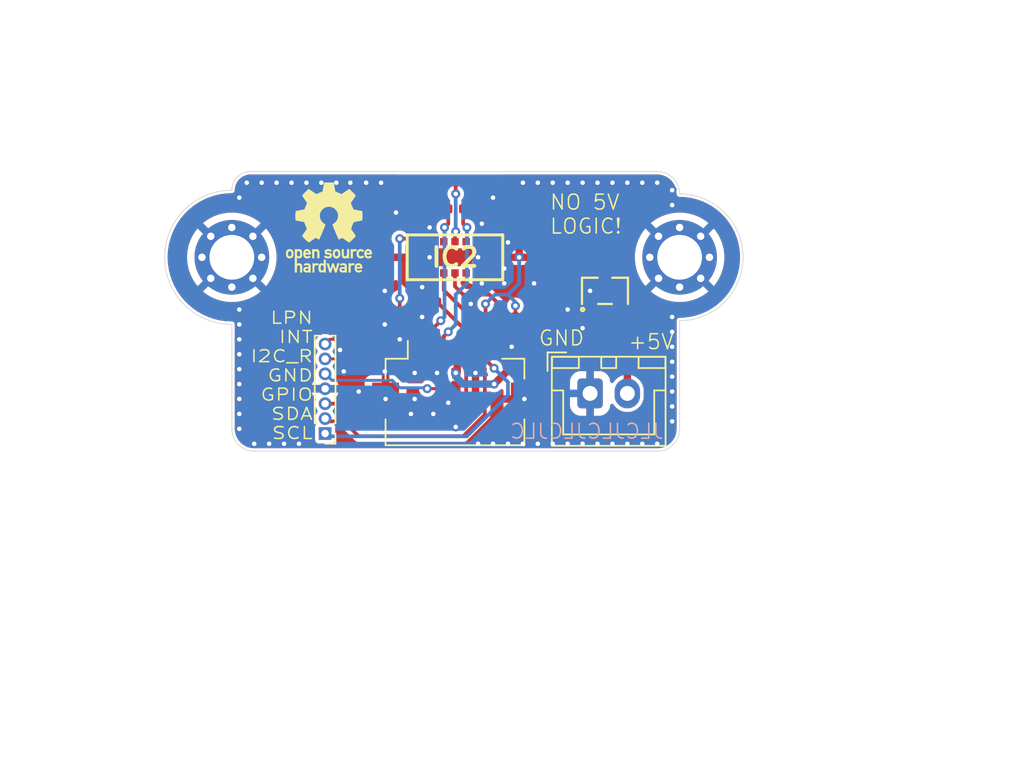
<source format=kicad_pcb>
(kicad_pcb (version 20241229) (generator "pcbnew") (generator_version "9.0")
  (layers (0 "F.Cu" signal) (4 "In1.Cu" signal) (6 "In2.Cu" signal) (2 "B.Cu" signal) (13 "F.Paste" user) (15 "B.Paste" user) (5 "F.SilkS" user "F.Silkscreen") (7 "B.SilkS" user "B.Silkscreen") (1 "F.Mask" user) (3 "B.Mask" user) (25 "Edge.Cuts" user))
  (net 0 "")
  (net 1 "GND")
  (net 2 "+3V3")
  (net 3 "+5V")
  (net 5 "/LPN")
  (net 6 "/I2C_RST")
  (net 7 "/INT")
  (net 8 "/SDA")
  (net 9 "/GPIO")
  (net 10 "/SCL")
  (footprint "PCM_JLCPCB:R_0402" (layer "F.Cu") (at 131 38.749998 180)
    (property "Reference" "R8" (hide yes))
    (property "Value" "47kΩ" (hide yes))
    (pad "1" smd roundrect (at -0.5 -0.000002 180) (size 0.56 0.62) (layers "F.Cu" "F.Mask" "F.Paste") (net 2 "+3V3"))
    (pad "2" smd roundrect (at 0.5 0.000002 180) (size 0.56 0.62) (layers "F.Cu" "F.Mask" "F.Paste") (net 6 "/I2C_RST"))
  )
  (footprint "PCM_JLCPCB:C_0603" (layer "F.Cu") (at 127.25 38 -90)
    (property "Reference" "C4" (hide yes))
    (property "Value" "4.7uF")
    (pad "1" smd roundrect (at -0.779999 0 270) (size 0.9 0.95) (layers "F.Cu" "F.Mask" "F.Paste") (net 2 "+3V3"))
    (pad "2" smd roundrect (at 0.779999 0 270) (size 0.9 0.95) (layers "F.Cu" "F.Mask" "F.Paste") (net 1 "GND"))
  )
  (footprint "PCM_JLCPCB:C_0603" (layer "F.Cu") (at 137.5 43.5 -90)
    (property "Reference" "C3" (hide yes))
    (property "Value" "10uF")
    (pad "1" smd roundrect (at -0.779999 0 270) (size 0.9 0.95) (layers "F.Cu" "F.Mask" "F.Paste") (net 2 "+3V3"))
    (pad "2" smd roundrect (at 0.779999 0 270) (size 0.9 0.95) (layers "F.Cu" "F.Mask" "F.Paste") (net 1 "GND"))
  )
  (footprint "PCM_JLCPCB:C_0402" (layer "F.Cu") (at 136.25 43.25 -90)
    (property "Reference" "C2" (hide yes))
    (property "Value" "1uF")
    (pad "1" smd roundrect (at -0.5 0.000002 270) (size 0.56 0.62) (layers "F.Cu" "F.Mask" "F.Paste") (net 2 "+3V3"))
    (pad "2" smd roundrect (at 0.5 -0.000002 270) (size 0.56 0.62) (layers "F.Cu" "F.Mask" "F.Paste") (net 1 "GND"))
  )
  (footprint "PCM_JLCPCB:SOT-23-3_L2.9-W1.6-P1.90-LS2.8-BR" (layer "F.Cu") (at 140 44.25 -90)
    (property "Reference" "U1" (hide yes))
    (property "Value" "XC6206P332MR")
    (pad "1" smd roundrect (at 1.240001 0.95 270) (size 1.07 0.6) (layers "F.Cu" "F.Mask" "F.Paste") (net 1 "GND"))
    (pad "2" smd roundrect (at 1.239999 -0.949999 270) (size 1.07 0.6) (layers "F.Cu" "F.Mask" "F.Paste") (net 3 "+5V"))
    (pad "3" smd roundrect (at -1.24 0 270) (size 1.07 0.6) (layers "F.Cu" "F.Mask" "F.Paste") (net 2 "+3V3"))
  )
  (footprint "PCM_JLCPCB:R_0402" (layer "F.Cu") (at 128.25 45)
    (property "Reference" "R4" (hide yes))
    (property "Value" "47kΩ" (hide yes))
    (pad "1" smd roundrect (at -0.5 -0.000001) (size 0.56 0.62) (layers "F.Cu" "F.Mask" "F.Paste") (net 2 "+3V3"))
    (pad "2" smd roundrect (at 0.5 0.000001) (size 0.56 0.62) (layers "F.Cu" "F.Mask" "F.Paste") (net 9 "/GPIO"))
  )
  (footprint "Connector_FFC-FPC:Hirose_FH12-12S-0.5SH_1x12-1MP_P0.50mm_Horizontal" (layer "F.Cu") (at 129.95 50.1)
    (property "Reference" "J2" (hide yes))
    (property "Value" "Conn_01x12_MountingPin")
    (pad "1" smd rect (at -2.75 -1.85) (size 0.3 1.3) (layers "F.Cu" "F.Mask" "F.Paste") (net 1 "GND"))
    (pad "2" smd rect (at -2.25 -1.85) (size 0.3 1.3) (layers "F.Cu" "F.Mask" "F.Paste") (net 5 "/LPN"))
    (pad "3" smd rect (at -1.75 -1.85) (size 0.3 1.3) (layers "F.Cu" "F.Mask" "F.Paste") (net 7 "/INT"))
    (pad "4" smd rect (at -1.25 -1.85) (size 0.3 1.3) (layers "F.Cu" "F.Mask" "F.Paste") (net 1 "GND"))
    (pad "5" smd rect (at -0.75 -1.85) (size 0.3 1.3) (layers "F.Cu" "F.Mask" "F.Paste") (net 6 "/I2C_RST"))
    (pad "6" smd rect (at -0.25 -1.85) (size 0.3 1.3) (layers "F.Cu" "F.Mask" "F.Paste") (net 3 "+5V"))
    (pad "7" smd rect (at 0.25 -1.85) (size 0.3 1.3) (layers "F.Cu" "F.Mask" "F.Paste") (net 3 "+5V"))
    (pad "8" smd rect (at 0.75 -1.85) (size 0.3 1.3) (layers "F.Cu" "F.Mask" "F.Paste") (net 9 "/GPIO"))
    (pad "9" smd rect (at 1.25 -1.85) (size 0.3 1.3) (layers "F.Cu" "F.Mask" "F.Paste") (net 1 "GND"))
    (pad "10" smd rect (at 1.75 -1.85) (size 0.3 1.3) (layers "F.Cu" "F.Mask" "F.Paste") (net 8 "/SDA"))
    (pad "11" smd rect (at 2.25 -1.85) (size 0.3 1.3) (layers "F.Cu" "F.Mask" "F.Paste") (net 10 "/SCL"))
    (pad "12" smd rect (at 2.75 -1.85) (size 0.3 1.3) (layers "F.Cu" "F.Mask" "F.Paste") (net 1 "GND"))
    (pad "MP" smd rect (at -4.65 1.4) (size 1.8 2.2) (layers "F.Cu" "F.Mask" "F.Paste") (net 1 "GND"))
    (pad "MP" smd rect (at 4.65 1.4) (size 1.8 2.2) (layers "F.Cu" "F.Mask" "F.Paste") (net 1 "GND"))
  )
  (footprint "Symbol:OSHW-Logo_5.7x6mm_SilkScreen" (layer "F.Cu") (at 121.5 40)
    (property "Reference" "REF**" (hide yes))
    (property "Value" "OSHW-Logo_5.7x6mm_SilkScreen" (hide yes))
  )
  (footprint "PCM_JLCPCB:R_0402" (layer "F.Cu") (at 129 38.75)
    (property "Reference" "R7" (hide yes))
    (property "Value" "47kΩ" (hide yes))
    (pad "1" smd roundrect (at -0.5 0) (size 0.56 0.62) (layers "F.Cu" "F.Mask" "F.Paste") (net 2 "+3V3"))
    (pad "2" smd roundrect (at 0.5 0) (size 0.56 0.62) (layers "F.Cu" "F.Mask" "F.Paste") (net 7 "/INT"))
  )
  (footprint "SwiftModules:VL53L5CXV0GC1" (layer "F.Cu") (at 129.95 42 180)
    (property "Reference" "IC2" (at 0 0 180) (layer "F.SilkS") (effects (font (size 1.27 1.27) (thickness 0.254))))
    (property "Value" "VL53L5CXV0GC_1" (hide yes))
    (pad "A1" smd rect (at 2.25 1.05 270) (size 0.5 0.5) (layers "F.Cu" "F.Mask" "F.Paste") (net 5 "/LPN"))
    (pad "A2" smd rect (at 1.5 1.05 270) (size 0.5 0.5) (layers "F.Cu" "F.Mask" "F.Paste") (net 1 "GND"))
    (pad "A3" smd rect (at 0.75 1.05 270) (size 0.5 0.5) (layers "F.Cu" "F.Mask" "F.Paste") (net 7 "/INT"))
    (pad "A4" smd rect (at 0 1.05 270) (size 0.5 0.5) (layers "F.Cu" "F.Mask" "F.Paste") (net 2 "+3V3"))
    (pad "A5" smd rect (at -0.75 1.05 270) (size 0.5 0.5) (layers "F.Cu" "F.Mask" "F.Paste") (net 6 "/I2C_RST"))
    (pad "A6" smd rect (at -1.5 1.05 270) (size 0.5 0.5) (layers "F.Cu" "F.Mask" "F.Paste") (net 1 "GND"))
    (pad "A7" smd rect (at -2.25 1.05 270) (size 0.5 0.5) (layers "F.Cu" "F.Mask" "F.Paste") (net 1 "GND"))
    (pad "A8" smd rect (at 2.4 0.75 270) (size 0.1 0.2) (layers "F.Cu" "F.Mask" "F.Paste") (net 5 "/LPN"))
    (pad "B1" smd rect (at 2.65 0 270) (size 0.5 0.5) (layers "F.Cu" "F.Mask" "F.Paste") (net 2 "+3V3"))
    (pad "B4" smd rect (at 0 0 270) (size 1.2 2.316) (layers "F.Cu" "F.Mask" "F.Paste") (net 1 "GND"))
    (pad "B7" smd rect (at -2.65 0 270) (size 0.5 0.5) (layers "F.Cu" "F.Mask" "F.Paste") (net 2 "+3V3"))
    (pad "C1" smd rect (at 2.25 -1.05 270) (size 0.5 0.5) (layers "F.Cu" "F.Mask" "F.Paste") (net 1 "GND"))
    (pad "C2" smd rect (at 1.5 -1.05 270) (size 0.5 0.5) (layers "F.Cu" "F.Mask" "F.Paste") (net 9 "/GPIO"))
    (pad "C3" smd rect (at 0.75 -1.05 270) (size 0.5 0.5) (layers "F.Cu" "F.Mask" "F.Paste") (net 8 "/SDA"))
    (pad "C4" smd rect (at 0 -1.05 270) (size 0.5 0.5) (layers "F.Cu" "F.Mask" "F.Paste") (net 10 "/SCL"))
    (pad "C5" smd rect (at -0.75 -1.05 270) (size 0.5 0.5) (layers "F.Cu" "F.Mask" "F.Paste"))
    (pad "C6" smd rect (at -1.5 -1.05 270) (size 0.5 0.5) (layers "F.Cu" "F.Mask" "F.Paste") (net 1 "GND"))
    (pad "C7" smd rect (at -2.25 -1.05 270) (size 0.5 0.5) (layers "F.Cu" "F.Mask" "F.Paste") (net 1 "GND"))
  )
  (footprint "PCM_JLCPCB:Hole, 3mm" (layer "F.Cu") (at 115 42)
    (property "Reference" "H1" (hide yes))
    (property "Value" "~" (hide yes))
    (pad "1" thru_hole circle (at -2 0 90) (size 0.6 0.6) (drill 0.5) (layers "*.Cu" "*.Mask") (net 1 "GND"))
    (pad "1" thru_hole circle (at -1.41 -1.41 135) (size 0.6 0.6) (drill 0.5) (layers "*.Cu" "*.Mask") (net 1 "GND"))
    (pad "1" thru_hole circle (at -1.41 1.41 225) (size 0.6 0.6) (drill 0.5) (layers "*.Cu" "*.Mask") (net 1 "GND"))
    (pad "1" thru_hole circle (at 0 -2 225) (size 0.6 0.6) (drill 0.5) (layers "*.Cu" "*.Mask") (net 1 "GND"))
    (pad "1" thru_hole circle (at 0 0 90) (size 5 5) (drill 3) (layers "*.Cu" "*.Mask") (net 1 "GND"))
    (pad "1" thru_hole circle (at 0 2 90) (size 0.6 0.6) (drill 0.5) (layers "*.Cu" "*.Mask") (net 1 "GND"))
    (pad "1" thru_hole circle (at 1.41 -1.41 180) (size 0.6 0.6) (drill 0.5) (layers "*.Cu" "*.Mask") (net 1 "GND"))
    (pad "1" thru_hole circle (at 1.41 1.41 90) (size 0.6 0.6) (drill 0.5) (layers "*.Cu" "*.Mask") (net 1 "GND"))
    (pad "1" thru_hole circle (at 2 0 90) (size 0.6 0.6) (drill 0.5) (layers "*.Cu" "*.Mask") (net 1 "GND"))
  )
  (footprint "Connector_JST:JST_XH_B2B-XH-A_1x02_P2.50mm_Vertical" (layer "F.Cu") (at 139 51.125)
    (property "Reference" "J1" (hide yes))
    (property "Value" "5V_In")
    (pad "1" thru_hole roundrect (at 0 0) (size 1.7 2) (drill 1) (layers "*.Cu" "*.Mask") (roundrect_rratio 0.147059) (net 1 "GND"))
    (pad "2" thru_hole oval (at 2.5 0.000001) (size 1.7 2) (drill 1) (layers "*.Cu" "*.Mask") (net 3 "+5V"))
  )
  (footprint "PCM_JLCPCB:R_0402" (layer "F.Cu") (at 133.5 45.999998 180)
    (property "Reference" "R2" (hide yes))
    (property "Value" "2.2kΩ" (hide yes))
    (pad "1" smd roundrect (at -0.5 -0.000002 180) (size 0.56 0.62) (layers "F.Cu" "F.Mask" "F.Paste") (net 2 "+3V3"))
    (pad "2" smd roundrect (at 0.5 0.000002 180) (size 0.56 0.62) (layers "F.Cu" "F.Mask" "F.Paste") (net 10 "/SCL"))
  )
  (footprint "PCM_JLCPCB:C_0402" (layer "F.Cu") (at 140 47 180)
    (property "Reference" "C1" (hide yes))
    (property "Value" "1uF")
    (pad "1" smd roundrect (at -0.5 -0.000002 180) (size 0.56 0.62) (layers "F.Cu" "F.Mask" "F.Paste") (net 3 "+5V"))
    (pad "2" smd roundrect (at 0.5 0.000002 180) (size 0.56 0.62) (layers "F.Cu" "F.Mask" "F.Paste") (net 1 "GND"))
  )
  (footprint "PCM_JLCPCB:C_0402" (layer "F.Cu") (at 125.25 42.5 -90)
    (property "Reference" "C5" (hide yes))
    (property "Value" "100nF")
    (pad "1" smd roundrect (at -0.5 0.000002 270) (size 0.56 0.62) (layers "F.Cu" "F.Mask" "F.Paste") (net 2 "+3V3"))
    (pad "2" smd roundrect (at 0.5 -0.000002 270) (size 0.56 0.62) (layers "F.Cu" "F.Mask" "F.Paste") (net 1 "GND"))
  )
  (footprint "Connector_PinHeader_1.00mm:PinHeader_1x07_P1.00mm_Vertical" (layer "F.Cu") (at 121.250001 53.812 180)
    (property "Reference" "J3" (hide yes))
    (property "Value" "Conn_01x07")
    (pad "1" thru_hole rect (at 0 0 180) (size 0.85 0.85) (drill 0.5) (layers "*.Cu" "*.Mask") (net 10 "/SCL"))
    (pad "2" thru_hole oval (at 0 1 180) (size 0.85 0.85) (drill 0.5) (layers "*.Cu" "*.Mask") (net 8 "/SDA"))
    (pad "3" thru_hole oval (at 0 2 180) (size 0.85 0.85) (drill 0.5) (layers "*.Cu" "*.Mask") (net 9 "/GPIO"))
    (pad "4" thru_hole oval (at 0 3 180) (size 0.85 0.85) (drill 0.5) (layers "*.Cu" "*.Mask") (net 1 "GND"))
    (pad "5" thru_hole oval (at 0 4 180) (size 0.85 0.85) (drill 0.5) (layers "*.Cu" "*.Mask") (net 6 "/I2C_RST"))
    (pad "6" thru_hole oval (at 0 5 180) (size 0.85 0.85) (drill 0.5) (layers "*.Cu" "*.Mask") (net 7 "/INT"))
    (pad "7" thru_hole oval (at 0.000001 6.000001 180) (size 0.85 0.85) (drill 0.5) (layers "*.Cu" "*.Mask") (net 5 "/LPN"))
  )
  (footprint "PCM_JLCPCB:R_0402" (layer "F.Cu") (at 125.75 45.750002 180)
    (property "Reference" "R9" (hide yes))
    (property "Value" "47kΩ" (hide yes))
    (pad "1" smd roundrect (at -0.5 -0.000002 180) (size 0.56 0.62) (layers "F.Cu" "F.Mask" "F.Paste") (net 5 "/LPN"))
    (pad "2" smd roundrect (at 0.5 0.000002 180) (size 0.56 0.62) (layers "F.Cu" "F.Mask" "F.Paste") (net 1 "GND"))
  )
  (footprint "PCM_JLCPCB:R_0402" (layer "F.Cu") (at 131.5 46 180)
    (property "Reference" "R1" (hide yes))
    (property "Value" "2.2kΩ" (hide yes))
    (pad "1" smd roundrect (at -0.5 -0.000001 180) (size 0.56 0.62) (layers "F.Cu" "F.Mask" "F.Paste") (net 2 "+3V3"))
    (pad "2" smd roundrect (at 0.5 0.000001 180) (size 0.56 0.62) (layers "F.Cu" "F.Mask" "F.Paste") (net 8 "/SDA"))
  )
  (footprint "PCM_JLCPCB:Hole, 3mm" (layer "F.Cu") (at 145 42)
    (property "Reference" "H2" (hide yes))
    (property "Value" "~" (hide yes))
    (pad "1" thru_hole circle (at -2 0 90) (size 0.6 0.6) (drill 0.5) (layers "*.Cu" "*.Mask") (net 1 "GND"))
    (pad "1" thru_hole circle (at -1.41 -1.41 135) (size 0.6 0.6) (drill 0.5) (layers "*.Cu" "*.Mask") (net 1 "GND"))
    (pad "1" thru_hole circle (at -1.41 1.41 225) (size 0.6 0.6) (drill 0.5) (layers "*.Cu" "*.Mask") (net 1 "GND"))
    (pad "1" thru_hole circle (at 0 -2 225) (size 0.6 0.6) (drill 0.5) (layers "*.Cu" "*.Mask") (net 1 "GND"))
    (pad "1" thru_hole circle (at 0 0 90) (size 5 5) (drill 3) (layers "*.Cu" "*.Mask") (net 1 "GND"))
    (pad "1" thru_hole circle (at 0 2 90) (size 0.6 0.6) (drill 0.5) (layers "*.Cu" "*.Mask") (net 1 "GND"))
    (pad "1" thru_hole circle (at 1.41 -1.41 180) (size 0.6 0.6) (drill 0.5) (layers "*.Cu" "*.Mask") (net 1 "GND"))
    (pad "1" thru_hole circle (at 1.41 1.41 90) (size 0.6 0.6) (drill 0.5) (layers "*.Cu" "*.Mask") (net 1 "GND"))
    (pad "1" thru_hole circle (at 2 0 90) (size 0.6 0.6) (drill 0.5) (layers "*.Cu" "*.Mask") (net 1 "GND"))
  )
  (gr_arc (start 116.5 55) (mid 115.43934 54.56066) (end 115 53.5) (stroke (width 0.05)) (layer "Edge.Cuts"))
  (gr_line (start 143.5 55) (end 116.5 55) (stroke (width 0.05)) (layer "Edge.Cuts"))
  (gr_line (start 116.25 36.25) (end 143.5 36.25) (stroke (width 0.05)) (layer "Edge.Cuts"))
  (gr_line (start 115 46.5) (end 115 53.5) (stroke (width 0.05)) (layer "Edge.Cuts"))
  (gr_line (start 145 46.25) (end 145 53.5) (stroke (width 0.05)) (layer "Edge.Cuts"))
  (gr_arc (start 143.5 36.25) (mid 144.56066 36.68934) (end 145 37.75) (stroke (width 0.05)) (layer "Edge.Cuts"))
  (gr_arc (start 115 37.5) (mid 115.366117 36.616117) (end 116.25 36.25) (stroke (width 0.05)) (layer "Edge.Cuts"))
  (gr_arc (start 115 46.5) (mid 110.5 42) (end 115 37.5) (stroke (width 0.05)) (layer "Edge.Cuts"))
  (gr_arc (start 145 53.5) (mid 144.56066 54.56066) (end 143.5 55) (stroke (width 0.05)) (layer "Edge.Cuts"))
  (gr_arc (start 145 37.75) (mid 149.25 42) (end 145 46.25) (stroke (width 0.05)) (layer "Edge.Cuts"))
  (gr_text "LPN\nINT\nI2C_R\nGND\nGPIO\nSDA\nSCL" (at 120.5 54.25 0) (layer "F.SilkS") (effects (font (size 0.8 1) (thickness 0.1)) (justify right bottom)))
  (gr_text "GND" (at 135.5 48 0) (layer "F.SilkS") (effects (font (size 1 1) (thickness 0.1)) (justify left bottom)))
  (gr_text "+5V" (at 141.5 48.25 0) (layer "F.SilkS") (effects (font (size 1 1) (thickness 0.1)) (justify left bottom)))
  (gr_text "NO 5V\nLOGIC!" (at 136.25 40.5 0) (layer "F.SilkS") (effects (font (size 1 1) (thickness 0.1)) (justify left bottom)))
  (gr_text "JLCJLCJLCJLC" (at 144 54.25 0) (layer "B.SilkS") (effects (font (size 1 1) (thickness 0.1)) (justify left bottom mirror)))
  (segment (start 131.325 49.75) (end 131.325 49.380025) (width 0.25) (layer "F.Cu") (net 1))
  (segment (start 128.7 49.7) (end 128.75 49.75) (width 0.25) (layer "F.Cu") (net 1))
  (segment (start 131.325 49.380025) (end 131.2 49.255025) (width 0.25) (layer "F.Cu") (net 1))
  (segment (start 139.5 45.940001) (end 139.05 45.490001) (width 0.5) (layer "F.Cu") (net 1))
  (segment (start 133.5 48.25) (end 133.75 48) (width 0.25) (layer "F.Cu") (net 1))
  (segment (start 127.2 48.25) (end 127.2 49.7) (width 0.25) (layer "F.Cu") (net 1))
  (segment (start 127.2 49.7) (end 127.25 49.75) (width 0.25) (layer "F.Cu") (net 1))
  (segment (start 128.7 48.25) (end 128.7 49.7) (width 0.25) (layer "F.Cu") (net 1))
  (segment (start 139.5 46.999998) (end 139.5 45.940001) (width 0.5) (layer "F.Cu") (net 1))
  (segment (start 132.7 48.25) (end 133.5 48.25) (width 0.25) (layer "F.Cu") (net 1))
  (segment (start 131.2 49.255025) (end 131.2 48.25) (width 0.25) (layer "F.Cu") (net 1))
  (via (at 142.5 54.5) (size 0.6) (drill 0.3) (layers "F.Cu" "B.Cu") (net 1))
  (via (at 142.5 37) (size 0.6) (drill 0.3) (layers "F.Cu" "B.Cu") (net 1))
  (via (at 138.5 54.5) (size 0.6) (drill 0.3) (layers "F.Cu" "B.Cu") (net 1))
  (via (at 115.5 45.5) (size 0.6) (drill 0.3) (layers "F.Cu" "B.Cu") (net 1))
  (via (at 128.75 49.75) (size 0.6) (drill 0.3) (layers "F.Cu" "B.Cu") (net 1))
  (via (at 119.5 54.5) (size 0.6) (drill 0.3) (layers "F.Cu" "B.Cu") (net 1))
  (via (at 122 37) (size 0.6) (drill 0.3) (layers "F.Cu" "B.Cu") (net 1))
  (via (at 134.5 37) (size 0.6) (drill 0.3) (layers "F.Cu" "B.Cu") (net 1))
  (via (at 122.938722 36.999999) (size 0.6) (drill 0.3) (layers "F.Cu" "B.Cu") (net 1))
  (via (at 122.5 49.65) (size 0.6) (drill 0.3) (layers "F.Cu" "B.Cu") (net 1))
  (via (at 115.5 52.5) (size 0.6) (drill 0.3) (layers "F.Cu" "B.Cu") (net 1))
  (via (at 135.5 37) (size 0.6) (drill 0.3) (layers "F.Cu" "B.Cu") (net 1))
  (via (at 115.5 46.5) (size 0.6) (drill 0.3) (layers "F.Cu" "B.Cu") (net 1))
  (via (at 140.5 54.5) (size 0.6) (drill 0.3) (layers "F.Cu" "B.Cu") (net 1))
  (via (at 135.25 43.75) (size 0.6) (drill 0.3) (layers "F.Cu" "B.Cu") (net 1))
  (via (at 127.25 51.5) (size 0.6) (drill 0.3) (layers "F.Cu" "B.Cu") (net 1))
  (via (at 126 39) (size 0.6) (drill 0.3) (layers "F.Cu" "B.Cu") (net 1))
  (via (at 139 44.25) (size 0.6) (drill 0.3) (layers "F.Cu" "B.Cu") (net 1))
  (via (at 125.25 44.25) (size 0.6) (drill 0.3) (layers "F.Cu" "B.Cu") (net 1))
  (via (at 138.5 37) (size 0.6) (drill 0.3) (layers "F.Cu" "B.Cu") (net 1))
  (via (at 144.5 49) (size 0.6) (drill 0.3) (layers "F.Cu" "B.Cu") (net 1))
  (via (at 119 37) (size 0.6) (drill 0.3) (layers "F.Cu" "B.Cu") (net 1))
  (via (at 133.25 42.75) (size 0.6) (drill 0.3) (layers "F.Cu" "B.Cu") (net 1))
  (via (at 137.5 54.5) (size 0.6) (drill 0.3) (layers "F.Cu" "B.Cu") (net 1))
  (via (at 133.5 54.5) (size 0.6) (drill 0.3) (layers "F.Cu" "B.Cu") (net 1))
  (via (at 141.5 54.5) (size 0.6) (drill 0.3) (layers "F.Cu" "B.Cu") (net 1))
  (via (at 125.25 46.5) (size 0.6) (drill 0.3) (layers "F.Cu" "B.Cu") (net 1))
  (via (at 115.5 48.5) (size 0.6) (drill 0.3) (layers "F.Cu" "B.Cu") (net 1))
  (via (at 131.5 42) (size 0.6) (drill 0.3) (layers "F.Cu" "B.Cu") (net 1))
  (via (at 116 37) (size 0.6) (drill 0.3) (layers "F.Cu" "B.Cu") (net 1))
  (via (at 126.25 47.5) (size 0.6) (drill 0.3) (layers "F.Cu" "B.Cu") (net 1))
  (via (at 131.325 49.75) (size 0.6) (drill 0.3) (layers "F.Cu" "B.Cu") (net 1))
  (via (at 115.5 47.5) (size 0.6) (drill 0.3) (layers "F.Cu" "B.Cu") (net 1))
  (via (at 133.25 43.75) (size 0.6) (drill 0.3) (layers "F.Cu" "B.Cu") (net 1))
  (via (at 144.5 50) (size 0.6) (drill 0.3) (layers "F.Cu" "B.Cu") (net 1))
  (via (at 122.25 48.212) (size 0.6) (drill 0.3) (layers "F.Cu" "B.Cu") (net 1))
  (via (at 140.5 37) (size 0.6) (drill 0.3) (layers "F.Cu" "B.Cu") (net 1))
  (via (at 137.5 45.5) (size 0.6) (drill 0.3) (layers "F.Cu" "B.Cu") (net 1))
  (via (at 132.5 54.5) (size 0.6) (drill 0.3) (layers "F.Cu" "B.Cu") (net 1))
  (via (at 117 37) (size 0.6) (drill 0.3) (layers "F.Cu" "B.Cu") (net 1))
  (via (at 133.75 48) (size 0.6) (drill 0.3) (layers "F.Cu" "B.Cu") (net 1))
  (via (at 131.5 54.5) (size 0.6) (drill 0.3) (layers "F.Cu" "B.Cu") (net 1))
  (via (at 136.5 37) (size 0.6) (drill 0.3) (layers "F.Cu" "B.Cu") (net 1))
  (via (at 123.5 51) (size 0.6) (drill 0.3) (layers "F.Cu" "B.Cu") (net 1))
  (via (at 115.5 53.5) (size 0.6) (drill 0.3) (layers "F.Cu" "B.Cu") (net 1))
  (via (at 138.5 46.75) (size 0.6) (drill 0.3) (layers "F.Cu" "B.Cu") (net 1))
  (via (at 144.5 37.5) (size 0.6) (drill 0.3) (layers "F.Cu" "B.Cu") (net 1))
  (via (at 144.5 38.5) (size 0.6) (drill 0.3) (layers "F.Cu" "B.Cu") (net 1))
  (via (at 144.5 51) (size 0.6) (drill 0.3) (layers "F.Cu" "B.Cu") (net 1))
  (via (at 144.5 46) (size 0.6) (drill 0.3) (layers "F.Cu" "B.Cu") (net 1))
  (via (at 143.5 54.5) (size 0.6) (drill 0.3) (layers "F.Cu" "B.Cu") (net 1))
  (via (at 132.5 38) (size 0.6) (drill 0.3) (layers "F.Cu" "B.Cu") (net 1))
  (via (at 127.25 49.75) (size 0.6) (drill 0.3) (layers "F.Cu" "B.Cu") (net 1))
  (via (at 127 52.5) (size 0.6) (drill 0.3) (layers "F.Cu" "B.Cu") (net 1))
  (via (at 131.75 39.75) (size 0.6) (drill 0.3) (layers "F.Cu" "B.Cu") (net 1))
  (via (at 133.5 41) (size 0.6) (drill 0.3) (layers "F.Cu" "B.Cu") (net 1))
  (via (at 125 37) (size 0.6) (drill 0.3) (layers "F.Cu" "B.Cu") (net 1))
  (via (at 128.5 52.5) (size 0.6) (drill 0.3) (layers "F.Cu" "B.Cu") (net 1))
  (via (at 144.5 47) (size 0.6) (drill 0.3) (layers "F.Cu" "B.Cu") (net 1))
  (via (at 144.5 52) (size 0.6) (drill 0.3) (layers "F.Cu" "B.Cu") (net 1))
  (via (at 136.5 54.5) (size 0.6) (drill 0.3) (layers "F.Cu" "B.Cu") (net 1))
  (via (at 134.6 51.5) (size 0.6) (drill 0.3) (layers "F.Cu" "B.Cu") (net 1))
  (via (at 115.5 49.5) (size 0.6) (drill 0.3) (layers "F.Cu" "B.Cu") (net 1))
  (via (at 130 53.375) (size 0.6) (drill 0.3) (layers "F.Cu" "B.Cu") (net 1))
  (via (at 117.5 54.5) (size 0.6) (drill 0.3) (layers "F.Cu" "B.Cu") (net 1))
  (via (at 127.75 44) (size 0.6) (drill 0.3) (layers "F.Cu" "B.Cu") (net 1))
  (via (at 115.5 51.5) (size 0.6) (drill 0.3) (layers "F.Cu" "B.Cu") (net 1))
  (via (at 144.5 48) (size 0.6) (drill 0.3) (layers "F.Cu" "B.Cu") (net 1))
  (via (at 131.75 43.75) (size 0.6) (drill 0.3) (layers "F.Cu" "B.Cu") (net 1))
  (via (at 120 37) (size 0.6) (drill 0.3) (layers "F.Cu" "B.Cu") (net 1))
  (via (at 139.5 54.5) (size 0.6) (drill 0.3) (layers "F.Cu" "B.Cu") (net 1))
  (via (at 131.008883 45.124999) (size 0.6) (drill 0.3) (layers "F.Cu" "B.Cu") (net 1))
  (via (at 128.25 42) (size 0.6) (drill 0.3) (layers "F.Cu" "B.Cu") (net 1))
  (via (at 128.25 40) (size 0.6) (drill 0.3) (layers "F.Cu" "B.Cu") (net 1))
  (via (at 135.5 54.5) (size 0.6) (drill 0.3) (layers "F.Cu" "B.Cu") (net 1))
  (via (at 118.5 54.5) (size 0.6) (drill 0.3) (layers "F.Cu" "B.Cu") (net 1))
  (via (at 127.75 46) (size 0.6) (drill 0.3) (layers "F.Cu" "B.Cu") (net 1))
  (via (at 144.5 53) (size 0.6) (drill 0.3) (layers "F.Cu" "B.Cu") (net 1))
  (via (at 143.5 37) (size 0.6) (drill 0.3) (layers "F.Cu" "B.Cu") (net 1))
  (via (at 116.5 54.5) (size 0.6) (drill 0.3) (layers "F.Cu" "B.Cu") (net 1))
  (via (at 134.5 54.5) (size 0.6) (drill 0.3) (layers "F.Cu" "B.Cu") (net 1))
  (via (at 139.5 37) (size 0.6) (drill 0.3) (layers "F.Cu" "B.Cu") (net 1))
  (via (at 125.3 51.5) (size 0.6) (drill 0.3) (layers "F.Cu" "B.Cu") (net 1))
  (via (at 137.5 37) (size 0.6) (drill 0.3) (layers "F.Cu" "B.Cu") (net 1))
  (via (at 118 37) (size 0.6) (drill 0.3) (layers "F.Cu" "B.Cu") (net 1))
  (via (at 129.5 51.75) (size 0.6) (drill 0.3) (layers "F.Cu" "B.Cu") (net 1))
  (via (at 121 37) (size 0.6) (drill 0.3) (layers "F.Cu" "B.Cu") (net 1))
  (via (at 124 37) (size 0.6) (drill 0.3) (layers "F.Cu" "B.Cu") (net 1))
  (via (at 141.5 37) (size 0.6) (drill 0.3) (layers "F.Cu" "B.Cu") (net 1))
  (via (at 125.25 49.65) (size 0.6) (drill 0.3) (layers "F.Cu" "B.Cu") (net 1))
  (via (at 115.5 50.5) (size 0.6) (drill 0.3) (layers "F.Cu" "B.Cu") (net 1))
  (via (at 115.5 38) (size 0.6) (drill 0.3) (layers "F.Cu" "B.Cu") (net 1))
  (segment (start 126.25 42) (end 127.3 42) (width 0.5) (layer "F.Cu") (net 2))
  (segment (start 135.499998 42) (end 136.249998 42.75) (width 0.5) (layer "F.Cu") (net 2))
  (segment (start 137.789999 43.01) (end 137.5 42.720001) (width 0.5) (layer "F.Cu") (net 2))
  (segment (start 130 37) (end 128.5 37) (width 0.5) (layer "F.Cu") (net 2))
  (segment (start 131.5 37) (end 130 37) (width 0.5) (layer "F.Cu") (net 2))
  (segment (start 129.95 40.328389) (end 129.999998 40.278391) (width 0.25) (layer "F.Cu") (net 2))
  (segment (start 132.6 42) (end 134.25 42) (width 0.5) (layer "F.Cu") (net 2))
  (segment (start 132 46.000001) (end 132 45.133884) (width 0.25) (layer "F.Cu") (net 2))
  (segment (start 134.25 42) (end 134.25 38.5) (width 0.5) (layer "F.Cu") (net 2))
  (segment (start 125.25 41.125) (end 125.249998 41.125002) (width 0.5) (layer "F.Cu") (net 2))
  (segment (start 125.249998 42) (end 126.25 42) (width 0.5) (layer "F.Cu") (net 2))
  (segment (start 126.5 37) (end 125.25 38.25) (width 0.5) (layer "F.Cu") (net 2))
  (segment (start 128.5 37) (end 128.5 38.75) (width 0.5) (layer "F.Cu") (net 2))
  (segment (start 131.5 37) (end 131.5 38.75) (width 0.5) (layer "F.Cu") (net 2))
  (segment (start 126.5 42.25) (end 126.25 42) (width 0.25) (layer "F.Cu") (net 2))
  (segment (start 140 43.01) (end 137.789999 43.01) (width 0.5) (layer "F.Cu") (net 2))
  (segment (start 134.25 38.5) (end 132.75 37) (width 0.5) (layer "F.Cu") (net 2))
  (segment (start 129.95 40.95) (end 129.95 40.328389) (width 0.25) (layer "F.Cu") (net 2))
  (segment (start 130 37.75) (end 130 37) (width 0.25) (layer "F.Cu") (net 2))
  (segment (start 132 45.133884) (end 131.995558 45.129442) (width 0.25) (layer "F.Cu") (net 2))
  (segment (start 136.249998 42.75) (end 137.470001 42.75) (width 0.5) (layer "F.Cu") (net 2))
  (segment (start 134 46) (end 134 45.25) (width 0.25) (layer "F.Cu") (net 2))
  (segment (start 125.249998 41.125002) (end 125.249998 42) (width 0.5) (layer "F.Cu") (net 2))
  (segment (start 137.470001 42.75) (end 137.5 42.720001) (width 0.5) (layer "F.Cu") (net 2))
  (segment (start 134.25 42) (end 135.499998 42) (width 0.5) (layer "F.Cu") (net 2))
  (segment (start 126.5 43.749999) (end 126.5 42.25) (width 0.25) (layer "F.Cu") (net 2))
  (segment (start 128.5 37) (end 126.5 37) (width 0.5) (layer "F.Cu") (net 2))
  (segment (start 132.75 37) (end 131.5 37) (width 0.5) (layer "F.Cu") (net 2))
  (segment (start 127.75 44.999999) (end 126.5 43.749999) (width 0.25) (layer "F.Cu") (net 2))
  (segment (start 125.25 38.25) (end 125.25 41.125) (width 0.5) (layer "F.Cu") (net 2))
  (via (at 131.995558 45.129442) (size 0.6) (drill 0.3) (layers "F.Cu" "B.Cu") (net 2))
  (via (at 130 37.75) (size 0.6) (drill 0.3) (layers "F.Cu" "B.Cu") (net 2))
  (via (at 129.999998 40.278391) (size 0.6) (drill 0.3) (layers "F.Cu" "B.Cu") (net 2))
  (via (at 134 45.25) (size 0.6) (drill 0.3) (layers "F.Cu" "B.Cu") (net 2))
  (via (at 134.25 42) (size 0.6) (drill 0.3) (layers "F.Cu" "B.Cu") (net 2))
  (segment (start 131.995558 45.129442) (end 132.625 44.5) (width 0.25) (layer "B.Cu") (net 2))
  (segment (start 134.25 43.75) (end 134.25 42) (width 0.25) (layer "B.Cu") (net 2))
  (segment (start 129.999998 40.278391) (end 129.999998 37.750002) (width 0.25) (layer "B.Cu") (net 2))
  (segment (start 129.999998 37.750002) (end 130 37.75) (width 0.25) (layer "B.Cu") (net 2))
  (segment (start 134 45) (end 133.5 44.5) (width 0.25) (layer "B.Cu") (net 2))
  (segment (start 132.625 44.5) (end 133.5 44.5) (width 0.25) (layer "B.Cu") (net 2))
  (segment (start 134 45.25) (end 134 45) (width 0.25) (layer "B.Cu") (net 2))
  (segment (start 133.5 44.5) (end 134.25 43.75) (width 0.25) (layer "B.Cu") (net 2))
  (segment (start 140.5 45.939998) (end 140.949999 45.489999) (width 0.5) (layer "F.Cu") (net 3))
  (segment (start 130.099 49.651) (end 130.099 48.25) (width 0.5) (layer "F.Cu") (net 3))
  (segment (start 140.5 47.000002) (end 140.5 45.939998) (width 0.5) (layer "F.Cu") (net 3))
  (segment (start 130 49.75) (end 130.099 49.651) (width 0.5) (layer "F.Cu") (net 3))
  (segment (start 141.5 51.125001) (end 141.5 48.75) (width 0.5) (layer "F.Cu") (net 3))
  (segment (start 134.326 48.75) (end 132.576 50.5) (width 0.5) (layer "F.Cu") (net 3))
  (segment (start 141.5 48.000002) (end 140.5 47.000002) (width 0.5) (layer "F.Cu") (net 3))
  (segment (start 141.5 48.75) (end 134.326 48.75) (width 0.5) (layer "F.Cu") (net 3))
  (segment (start 141.5 48.75) (end 141.5 48.000002) (width 0.5) (layer "F.Cu") (net 3))
  (via (at 130 49.75) (size 0.6) (drill 0.3) (layers "F.Cu" "B.Cu") (net 3))
  (via (at 132.576 50.5) (size 0.6) (drill 0.3) (layers "F.Cu" "B.Cu") (net 3))
  (segment (start 130 50) (end 130 49.75) (width 0.5) (layer "B.Cu") (net 3))
  (segment (start 130.5 50.5) (end 130 50) (width 0.5) (layer "B.Cu") (net 3))
  (segment (start 132.576 50.5) (end 130.5 50.5) (width 0.5) (layer "B.Cu") (net 3))
  (segment (start 126.25 46.599943) (end 126.25 45.750004) (width 0.2) (layer "F.Cu") (net 5))
  (segment (start 126.75 40.75) (end 127.576 40.75) (width 0.25) (layer "F.Cu") (net 5))
  (segment (start 126.25 45.625) (end 127.7 47.075) (width 0.25) (layer "F.Cu") (net 5))
  (segment (start 126.25 44.75) (end 126.25 45.625) (width 0.25) (layer "F.Cu") (net 5))
  (segment (start 121.561999 47.5) (end 125.349943 47.5) (width 0.2) (layer "F.Cu") (net 5))
  (segment (start 125.349943 47.5) (end 126.25 46.599943) (width 0.2) (layer "F.Cu") (net 5))
  (segment (start 127.576 40.75) (end 127.7 40.874) (width 0.25) (layer "F.Cu") (net 5))
  (segment (start 126.25 40.75) (end 127.5 40.75) (width 0.25) (layer "F.Cu") (net 5))
  (segment (start 127.5 40.75) (end 127.7 40.95) (width 0.25) (layer "F.Cu") (net 5))
  (segment (start 121.25 47.811999) (end 121.561999 47.5) (width 0.2) (layer "F.Cu") (net 5))
  (segment (start 127.7 47.075) (end 127.7 48.25) (width 0.25) (layer "F.Cu") (net 5))
  (via (at 126.25 44.75) (size 0.6) (drill 0.3) (layers "F.Cu" "B.Cu") (net 5))
  (via (at 126.25 40.75) (size 0.6) (drill 0.3) (layers "F.Cu" "B.Cu") (net 5))
  (segment (start 126.25 44.75) (end 126.25 40.75) (width 0.25) (layer "B.Cu") (net 5))
  (segment (start 129.351 49.351) (end 129.2 49.2) (width 0.2) (layer "F.Cu") (net 6))
  (segment (start 129.2 49.2) (end 129.2 48.25) (width 0.2) (layer "F.Cu") (net 6))
  (segment (start 129.351 50.649) (end 129.351 49.351) (width 0.2) (layer "F.Cu") (net 6))
  (segment (start 130.5 38.749996) (end 130.5 39.75) (width 0.25) (layer "F.Cu") (net 6))
  (segment (start 130.5 39.75) (end 130.75 40) (width 0.25) (layer "F.Cu") (net 6))
  (segment (start 129.2 48.25) (end 129.2 47.3) (width 0.25) (layer "F.Cu") (net 6))
  (segment (start 128.090862 50.805338) (end 129.194662 50.805338) (width 0.2) (layer "F.Cu") (net 6))
  (segment (start 130.75 40.9) (end 130.7 40.95) (width 0.25) (layer "F.Cu") (net 6))
  (segment (start 130.75 40) (end 130.75 40.9) (width 0.25) (layer "F.Cu") (net 6))
  (segment (start 129.2 47.3) (end 129.5 47) (width 0.25) (layer "F.Cu") (net 6))
  (segment (start 129.194662 50.805338) (end 129.351 50.649) (width 0.2) (layer "F.Cu") (net 6))
  (via (at 129.5 47) (size 0.6) (drill 0.3) (layers "F.Cu" "B.Cu") (net 6))
  (via (at 130.75 40) (size 0.6) (drill 0.3) (layers "F.Cu" "B.Cu") (net 6))
  (via (at 128.090862 50.805338) (size 0.6) (drill 0.3) (layers "F.Cu" "B.Cu") (net 6))
  (segment (start 130 46.5) (end 130 44.5) (width 0.25) (layer "B.Cu") (net 6))
  (segment (start 128.090862 50.805338) (end 128.035524 50.75) (width 0.2) (layer "B.Cu") (net 6))
  (segment (start 129.5 47) (end 130 46.5) (width 0.25) (layer "B.Cu") (net 6))
  (segment (start 121.524001 50.086) (end 121.250001 49.812) (width 0.2) (layer "B.Cu") (net 6))
  (segment (start 125.75 50.25) (end 121.714721 50.25) (width 0.2) (layer "B.Cu") (net 6))
  (segment (start 121.550721 50.086) (end 121.524001 50.086) (width 0.2) (layer "B.Cu") (net 6))
  (segment (start 121.714721 50.25) (end 121.550721 50.086) (width 0.2) (layer "B.Cu") (net 6))
  (segment (start 130.75 43.75) (end 130.75 40) (width 0.25) (layer "B.Cu") (net 6))
  (segment (start 126.25 50.75) (end 125.75 50.25) (width 0.2) (layer "B.Cu") (net 6))
  (segment (start 128.035524 50.75) (end 126.25 50.75) (width 0.2) (layer "B.Cu") (net 6))
  (segment (start 130 44.5) (end 130.75 43.75) (width 0.25) (layer "B.Cu") (net 6))
  (segment (start 128.149 49.501057) (end 128.151 49.499057) (width 0.2) (layer "F.Cu") (net 7))
  (segment (start 128.149 49.900972) (end 128.149 49.501057) (width 0.2) (layer "F.Cu") (net 7))
  (segment (start 128.2 47.05) (end 129 46.25) (width 0.25) (layer "F.Cu") (net 7))
  (segment (start 128.2 48.25) (end 128.2 47.05) (width 0.25) (layer "F.Cu") (net 7))
  (segment (start 129.25 40) (end 129.25 40.9) (width 0.25) (layer "F.Cu") (net 7))
  (segment (start 128.151 48.299) (end 128.2 48.25) (width 0.2) (layer "F.Cu") (net 7))
  (segment (start 125.312 48.812) (end 126.851 50.351) (width 0.2) (layer "F.Cu") (net 7))
  (segment (start 129.5 38.75) (end 129.5 39.75) (width 0.25) (layer "F.Cu") (net 7))
  (segment (start 129.5 39.75) (end 129.25 40) (width 0.25) (layer "F.Cu") (net 7))
  (segment (start 128.151 49.499057) (end 128.151 48.299) (width 0.2) (layer "F.Cu") (net 7))
  (segment (start 121.250001 48.812) (end 125.312 48.812) (width 0.2) (layer "F.Cu") (net 7))
  (segment (start 129.25 40.9) (end 129.2 40.95) (width 0.25) (layer "F.Cu") (net 7))
  (segment (start 127.698972 50.351) (end 128.149 49.900972) (width 0.2) (layer "F.Cu") (net 7))
  (segment (start 126.851 50.351) (end 127.698972 50.351) (width 0.2) (layer "F.Cu") (net 7))
  (via (at 129 46.25) (size 0.6) (drill 0.3) (layers "F.Cu" "B.Cu") (net 7))
  (via (at 129.25 40) (size 0.6) (drill 0.3) (layers "F.Cu" "B.Cu") (net 7))
  (segment (start 129 46.25) (end 129.25 46) (width 0.25) (layer "B.Cu") (net 7))
  (segment (start 129.25 46) (end 129.25 40) (width 0.25) (layer "B.Cu") (net 7))
  (segment (start 131.951 49.471452) (end 131.951 52.549) (width 0.25) (layer "F.Cu") (net 8))
  (segment (start 131.7 48.25) (end 131.7 49.220452) (width 0.25) (layer "F.Cu") (net 8))
  (segment (start 131.7 49.220452) (end 131.951 49.471452) (width 0.25) (layer "F.Cu") (net 8))
  (segment (start 122.5 53) (end 121.438001 53) (width 0.25) (layer "F.Cu") (net 8))
  (segment (start 129.2 44.2) (end 129.2 43.05) (width 0.25) (layer "F.Cu") (net 8))
  (segment (start 121.438001 53) (end 121.250001 52.812) (width 0.25) (layer "F.Cu") (net 8))
  (segment (start 123.5 54) (end 122.5 53) (width 0.25) (layer "F.Cu") (net 8))
  (segment (start 131.7 48.25) (end 131.7 46.7) (width 0.25) (layer "F.Cu") (net 8))
  (segment (start 131.7 46.7) (end 129.2 44.2) (width 0.25) (layer "F.Cu") (net 8))
  (segment (start 131.951 52.549) (end 130.5 54) (width 0.25) (layer "F.Cu") (net 8))
  (segment (start 130.5 54) (end 123.5 54) (width 0.25) (layer "F.Cu") (net 8))
  (segment (start 130.7 51.55) (end 129.066982 53.183018) (width 0.25) (layer "F.Cu") (net 9))
  (segment (start 130.7 48.25) (end 130.7 51.55) (width 0.25) (layer "F.Cu") (net 9))
  (segment (start 128.45 44.7) (end 128.45 43.05) (width 0.25) (layer "F.Cu") (net 9))
  (segment (start 122.86252 51.812) (end 121.250001 51.812) (width 0.25) (layer "F.Cu") (net 9))
  (segment (start 130.7 46.95) (end 128.45 44.7) (width 0.25) (layer "F.Cu") (net 9))
  (segment (start 129.066982 53.183018) (end 124.233538 53.183018) (width 0.25) (layer "F.Cu") (net 9))
  (segment (start 130.7 48.25) (end 130.7 46.95) (width 0.25) (layer "F.Cu") (net 9))
  (segment (start 124.233538 53.183018) (end 122.86252 51.812) (width 0.25) (layer "F.Cu") (net 9))
  (segment (start 133 45.25) (end 132.25 44.5) (width 0.25) (layer "F.Cu") (net 10))
  (segment (start 130.5 44.5) (end 129.95 43.95) (width 0.25) (layer "F.Cu") (net 10))
  (segment (start 132.2 49.064911) (end 132.575215 49.440126) (width 0.25) (layer "F.Cu") (net 10))
  (segment (start 132.2 48.25) (end 132.2 49.064911) (width 0.25) (layer "F.Cu") (net 10))
  (segment (start 129.95 43.95) (end 129.95 43.05) (width 0.25) (layer "F.Cu") (net 10))
  (segment (start 133 46.5) (end 133 45.25) (width 0.25) (layer "F.Cu") (net 10))
  (segment (start 132.2 48.25) (end 132.2 47.3) (width 0.25) (layer "F.Cu") (net 10))
  (segment (start 132.2 47.3) (end 133 46.5) (width 0.25) (layer "F.Cu") (net 10))
  (segment (start 132.25 44.5) (end 130.5 44.5) (width 0.25) (layer "F.Cu") (net 10))
  (via (at 132.575215 49.440126) (size 0.6) (drill 0.3) (layers "F.Cu" "B.Cu") (net 10))
  (segment (start 130.75 54) (end 121.438001 54) (width 0.25) (layer "B.Cu") (net 10))
  (segment (start 132.575215 49.440126) (end 133.5 50.364911) (width 0.25) (layer "B.Cu") (net 10))
  (segment (start 133.5 50.364911) (end 133.5 51.25) (width 0.25) (layer "B.Cu") (net 10))
  (segment (start 133.5 51.25) (end 130.75 54) (width 0.25) (layer "B.Cu") (net 10))
  (segment (start 121.438001 54) (end 121.250001 53.812) (width 0.25) (layer "B.Cu") (net 10))
  (zone (net 3) (net_name "+5V") (layer "F.Cu") (priority 1) (connect_pads (clearance 0.25)) (min_thickness 0.25) (fill yes (thermal_gap 0.5) (thermal_bridge_width 0.5) (island_removal_mode 2) (island_area_min 10))
    (polygon (pts (xy 129.5 47.5) (xy 130.5 47.5) (xy 130.5 50) (xy 129.5 50)))
  )
  (zone (net 1) (net_name "GND") (layers "F.Cu" "B.Cu" "In1.Cu" "In2.Cu") (connect_pads (clearance 0.25)) (min_thickness 0.25) (fill yes (thermal_gap 0.5) (thermal_bridge_width 0.5) (island_removal_mode 2) (island_area_min 10))
    (polygon (pts (xy 144.75 24.75) (xy 100.872278 29.687109) (xy 99.46809 74.621172) (xy 156 76) (xy 168.085427 44.577891)))
  )
)
</source>
